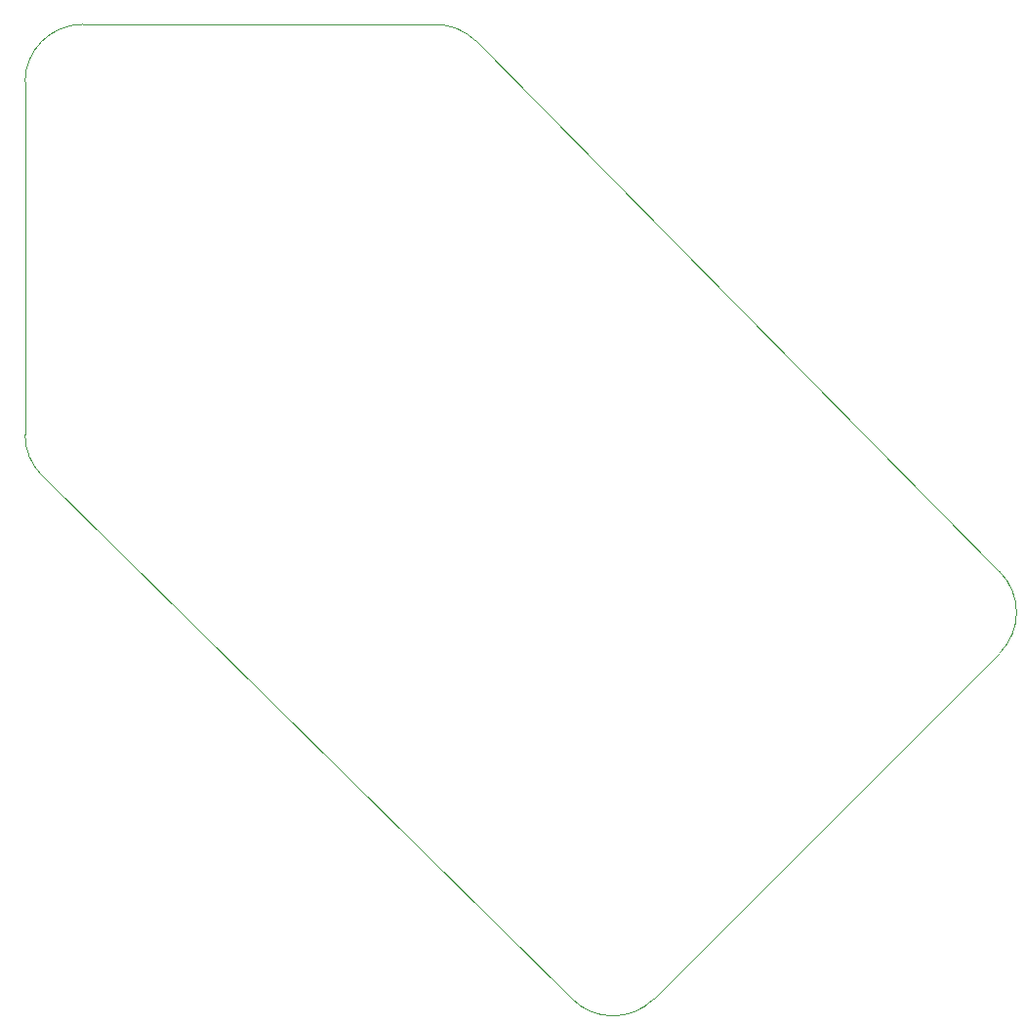
<source format=gm1>
G04 #@! TF.GenerationSoftware,KiCad,Pcbnew,8.0.5-1.fc40*
G04 #@! TF.CreationDate,2024-11-04T14:35:02-08:00*
G04 #@! TF.ProjectId,baggage-label-blank,62616767-6167-4652-9d6c-6162656c2d62,rev?*
G04 #@! TF.SameCoordinates,Original*
G04 #@! TF.FileFunction,Profile,NP*
%FSLAX46Y46*%
G04 Gerber Fmt 4.6, Leading zero omitted, Abs format (unit mm)*
G04 Created by KiCad (PCBNEW 8.0.5-1.fc40) date 2024-11-04 14:35:02*
%MOMM*%
%LPD*%
G01*
G04 APERTURE LIST*
G04 #@! TA.AperFunction,Profile*
%ADD10C,0.100000*%
G04 #@! TD*
G04 APERTURE END LIST*
D10*
X104535534Y-134535534D02*
G75*
G02*
X97464466Y-134535534I-3535534J3535534D01*
G01*
X85586583Y-50000000D02*
X55000000Y-50000000D01*
X50000000Y-55000000D02*
G75*
G02*
X55000000Y-50000000I5000000J0D01*
G01*
X51464466Y-89122117D02*
G75*
G02*
X50000012Y-85586583I3535534J3535517D01*
G01*
X50000000Y-55000000D02*
X50000000Y-85586583D01*
X85586583Y-50000000D02*
G75*
G02*
X89122125Y-51464458I17J-5000000D01*
G01*
X51464466Y-89122117D02*
X97464466Y-134535534D01*
X134535534Y-104535534D02*
X104535534Y-134535534D01*
X134535534Y-97464466D02*
G75*
G02*
X134535534Y-104535534I-3535534J-3535534D01*
G01*
X89122117Y-51464466D02*
X134535534Y-97464466D01*
M02*

</source>
